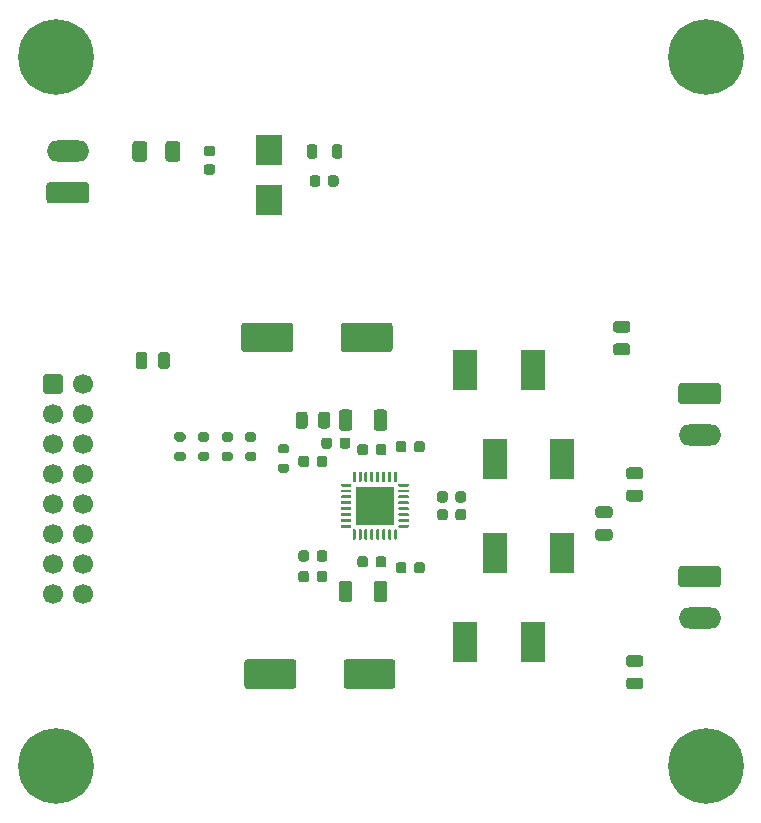
<source format=gbr>
%TF.GenerationSoftware,KiCad,Pcbnew,5.1.10*%
%TF.CreationDate,2021-07-04T17:51:47+02:00*%
%TF.ProjectId,DRV5825P,44525635-3832-4355-902e-6b696361645f,V0.1*%
%TF.SameCoordinates,Original*%
%TF.FileFunction,Soldermask,Top*%
%TF.FilePolarity,Negative*%
%FSLAX46Y46*%
G04 Gerber Fmt 4.6, Leading zero omitted, Abs format (unit mm)*
G04 Created by KiCad (PCBNEW 5.1.10) date 2021-07-04 17:51:47*
%MOMM*%
%LPD*%
G01*
G04 APERTURE LIST*
%ADD10C,6.400000*%
%ADD11R,3.300000X3.300000*%
%ADD12R,2.000000X3.400000*%
%ADD13O,3.600000X1.800000*%
%ADD14C,1.700000*%
%ADD15R,2.300000X2.500000*%
G04 APERTURE END LIST*
D10*
%TO.C,H4*%
X202500000Y-130000000D03*
%TD*%
%TO.C,H3*%
X202500000Y-70000000D03*
%TD*%
%TO.C,H2*%
X147500000Y-130000000D03*
%TD*%
%TO.C,H1*%
X147500000Y-70000000D03*
%TD*%
D11*
%TO.C,U1*%
X174500000Y-108000000D03*
G36*
G01*
X176562500Y-106125000D02*
X177312500Y-106125000D01*
G75*
G02*
X177375000Y-106187500I0J-62500D01*
G01*
X177375000Y-106312500D01*
G75*
G02*
X177312500Y-106375000I-62500J0D01*
G01*
X176562500Y-106375000D01*
G75*
G02*
X176500000Y-106312500I0J62500D01*
G01*
X176500000Y-106187500D01*
G75*
G02*
X176562500Y-106125000I62500J0D01*
G01*
G37*
G36*
G01*
X176562500Y-106625000D02*
X177312500Y-106625000D01*
G75*
G02*
X177375000Y-106687500I0J-62500D01*
G01*
X177375000Y-106812500D01*
G75*
G02*
X177312500Y-106875000I-62500J0D01*
G01*
X176562500Y-106875000D01*
G75*
G02*
X176500000Y-106812500I0J62500D01*
G01*
X176500000Y-106687500D01*
G75*
G02*
X176562500Y-106625000I62500J0D01*
G01*
G37*
G36*
G01*
X176562500Y-107125000D02*
X177312500Y-107125000D01*
G75*
G02*
X177375000Y-107187500I0J-62500D01*
G01*
X177375000Y-107312500D01*
G75*
G02*
X177312500Y-107375000I-62500J0D01*
G01*
X176562500Y-107375000D01*
G75*
G02*
X176500000Y-107312500I0J62500D01*
G01*
X176500000Y-107187500D01*
G75*
G02*
X176562500Y-107125000I62500J0D01*
G01*
G37*
G36*
G01*
X176562500Y-107625000D02*
X177312500Y-107625000D01*
G75*
G02*
X177375000Y-107687500I0J-62500D01*
G01*
X177375000Y-107812500D01*
G75*
G02*
X177312500Y-107875000I-62500J0D01*
G01*
X176562500Y-107875000D01*
G75*
G02*
X176500000Y-107812500I0J62500D01*
G01*
X176500000Y-107687500D01*
G75*
G02*
X176562500Y-107625000I62500J0D01*
G01*
G37*
G36*
G01*
X176562500Y-108125000D02*
X177312500Y-108125000D01*
G75*
G02*
X177375000Y-108187500I0J-62500D01*
G01*
X177375000Y-108312500D01*
G75*
G02*
X177312500Y-108375000I-62500J0D01*
G01*
X176562500Y-108375000D01*
G75*
G02*
X176500000Y-108312500I0J62500D01*
G01*
X176500000Y-108187500D01*
G75*
G02*
X176562500Y-108125000I62500J0D01*
G01*
G37*
G36*
G01*
X176562500Y-108625000D02*
X177312500Y-108625000D01*
G75*
G02*
X177375000Y-108687500I0J-62500D01*
G01*
X177375000Y-108812500D01*
G75*
G02*
X177312500Y-108875000I-62500J0D01*
G01*
X176562500Y-108875000D01*
G75*
G02*
X176500000Y-108812500I0J62500D01*
G01*
X176500000Y-108687500D01*
G75*
G02*
X176562500Y-108625000I62500J0D01*
G01*
G37*
G36*
G01*
X176562500Y-109125000D02*
X177312500Y-109125000D01*
G75*
G02*
X177375000Y-109187500I0J-62500D01*
G01*
X177375000Y-109312500D01*
G75*
G02*
X177312500Y-109375000I-62500J0D01*
G01*
X176562500Y-109375000D01*
G75*
G02*
X176500000Y-109312500I0J62500D01*
G01*
X176500000Y-109187500D01*
G75*
G02*
X176562500Y-109125000I62500J0D01*
G01*
G37*
G36*
G01*
X176562500Y-109625000D02*
X177312500Y-109625000D01*
G75*
G02*
X177375000Y-109687500I0J-62500D01*
G01*
X177375000Y-109812500D01*
G75*
G02*
X177312500Y-109875000I-62500J0D01*
G01*
X176562500Y-109875000D01*
G75*
G02*
X176500000Y-109812500I0J62500D01*
G01*
X176500000Y-109687500D01*
G75*
G02*
X176562500Y-109625000I62500J0D01*
G01*
G37*
G36*
G01*
X176187500Y-110000000D02*
X176312500Y-110000000D01*
G75*
G02*
X176375000Y-110062500I0J-62500D01*
G01*
X176375000Y-110812500D01*
G75*
G02*
X176312500Y-110875000I-62500J0D01*
G01*
X176187500Y-110875000D01*
G75*
G02*
X176125000Y-110812500I0J62500D01*
G01*
X176125000Y-110062500D01*
G75*
G02*
X176187500Y-110000000I62500J0D01*
G01*
G37*
G36*
G01*
X175687500Y-110000000D02*
X175812500Y-110000000D01*
G75*
G02*
X175875000Y-110062500I0J-62500D01*
G01*
X175875000Y-110812500D01*
G75*
G02*
X175812500Y-110875000I-62500J0D01*
G01*
X175687500Y-110875000D01*
G75*
G02*
X175625000Y-110812500I0J62500D01*
G01*
X175625000Y-110062500D01*
G75*
G02*
X175687500Y-110000000I62500J0D01*
G01*
G37*
G36*
G01*
X175187500Y-110000000D02*
X175312500Y-110000000D01*
G75*
G02*
X175375000Y-110062500I0J-62500D01*
G01*
X175375000Y-110812500D01*
G75*
G02*
X175312500Y-110875000I-62500J0D01*
G01*
X175187500Y-110875000D01*
G75*
G02*
X175125000Y-110812500I0J62500D01*
G01*
X175125000Y-110062500D01*
G75*
G02*
X175187500Y-110000000I62500J0D01*
G01*
G37*
G36*
G01*
X174687500Y-110000000D02*
X174812500Y-110000000D01*
G75*
G02*
X174875000Y-110062500I0J-62500D01*
G01*
X174875000Y-110812500D01*
G75*
G02*
X174812500Y-110875000I-62500J0D01*
G01*
X174687500Y-110875000D01*
G75*
G02*
X174625000Y-110812500I0J62500D01*
G01*
X174625000Y-110062500D01*
G75*
G02*
X174687500Y-110000000I62500J0D01*
G01*
G37*
G36*
G01*
X174187500Y-110000000D02*
X174312500Y-110000000D01*
G75*
G02*
X174375000Y-110062500I0J-62500D01*
G01*
X174375000Y-110812500D01*
G75*
G02*
X174312500Y-110875000I-62500J0D01*
G01*
X174187500Y-110875000D01*
G75*
G02*
X174125000Y-110812500I0J62500D01*
G01*
X174125000Y-110062500D01*
G75*
G02*
X174187500Y-110000000I62500J0D01*
G01*
G37*
G36*
G01*
X173687500Y-110000000D02*
X173812500Y-110000000D01*
G75*
G02*
X173875000Y-110062500I0J-62500D01*
G01*
X173875000Y-110812500D01*
G75*
G02*
X173812500Y-110875000I-62500J0D01*
G01*
X173687500Y-110875000D01*
G75*
G02*
X173625000Y-110812500I0J62500D01*
G01*
X173625000Y-110062500D01*
G75*
G02*
X173687500Y-110000000I62500J0D01*
G01*
G37*
G36*
G01*
X173187500Y-110000000D02*
X173312500Y-110000000D01*
G75*
G02*
X173375000Y-110062500I0J-62500D01*
G01*
X173375000Y-110812500D01*
G75*
G02*
X173312500Y-110875000I-62500J0D01*
G01*
X173187500Y-110875000D01*
G75*
G02*
X173125000Y-110812500I0J62500D01*
G01*
X173125000Y-110062500D01*
G75*
G02*
X173187500Y-110000000I62500J0D01*
G01*
G37*
G36*
G01*
X172687500Y-110000000D02*
X172812500Y-110000000D01*
G75*
G02*
X172875000Y-110062500I0J-62500D01*
G01*
X172875000Y-110812500D01*
G75*
G02*
X172812500Y-110875000I-62500J0D01*
G01*
X172687500Y-110875000D01*
G75*
G02*
X172625000Y-110812500I0J62500D01*
G01*
X172625000Y-110062500D01*
G75*
G02*
X172687500Y-110000000I62500J0D01*
G01*
G37*
G36*
G01*
X171687500Y-109625000D02*
X172437500Y-109625000D01*
G75*
G02*
X172500000Y-109687500I0J-62500D01*
G01*
X172500000Y-109812500D01*
G75*
G02*
X172437500Y-109875000I-62500J0D01*
G01*
X171687500Y-109875000D01*
G75*
G02*
X171625000Y-109812500I0J62500D01*
G01*
X171625000Y-109687500D01*
G75*
G02*
X171687500Y-109625000I62500J0D01*
G01*
G37*
G36*
G01*
X171687500Y-109125000D02*
X172437500Y-109125000D01*
G75*
G02*
X172500000Y-109187500I0J-62500D01*
G01*
X172500000Y-109312500D01*
G75*
G02*
X172437500Y-109375000I-62500J0D01*
G01*
X171687500Y-109375000D01*
G75*
G02*
X171625000Y-109312500I0J62500D01*
G01*
X171625000Y-109187500D01*
G75*
G02*
X171687500Y-109125000I62500J0D01*
G01*
G37*
G36*
G01*
X171687500Y-108625000D02*
X172437500Y-108625000D01*
G75*
G02*
X172500000Y-108687500I0J-62500D01*
G01*
X172500000Y-108812500D01*
G75*
G02*
X172437500Y-108875000I-62500J0D01*
G01*
X171687500Y-108875000D01*
G75*
G02*
X171625000Y-108812500I0J62500D01*
G01*
X171625000Y-108687500D01*
G75*
G02*
X171687500Y-108625000I62500J0D01*
G01*
G37*
G36*
G01*
X171687500Y-108125000D02*
X172437500Y-108125000D01*
G75*
G02*
X172500000Y-108187500I0J-62500D01*
G01*
X172500000Y-108312500D01*
G75*
G02*
X172437500Y-108375000I-62500J0D01*
G01*
X171687500Y-108375000D01*
G75*
G02*
X171625000Y-108312500I0J62500D01*
G01*
X171625000Y-108187500D01*
G75*
G02*
X171687500Y-108125000I62500J0D01*
G01*
G37*
G36*
G01*
X171687500Y-107625000D02*
X172437500Y-107625000D01*
G75*
G02*
X172500000Y-107687500I0J-62500D01*
G01*
X172500000Y-107812500D01*
G75*
G02*
X172437500Y-107875000I-62500J0D01*
G01*
X171687500Y-107875000D01*
G75*
G02*
X171625000Y-107812500I0J62500D01*
G01*
X171625000Y-107687500D01*
G75*
G02*
X171687500Y-107625000I62500J0D01*
G01*
G37*
G36*
G01*
X171687500Y-107125000D02*
X172437500Y-107125000D01*
G75*
G02*
X172500000Y-107187500I0J-62500D01*
G01*
X172500000Y-107312500D01*
G75*
G02*
X172437500Y-107375000I-62500J0D01*
G01*
X171687500Y-107375000D01*
G75*
G02*
X171625000Y-107312500I0J62500D01*
G01*
X171625000Y-107187500D01*
G75*
G02*
X171687500Y-107125000I62500J0D01*
G01*
G37*
G36*
G01*
X171687500Y-106625000D02*
X172437500Y-106625000D01*
G75*
G02*
X172500000Y-106687500I0J-62500D01*
G01*
X172500000Y-106812500D01*
G75*
G02*
X172437500Y-106875000I-62500J0D01*
G01*
X171687500Y-106875000D01*
G75*
G02*
X171625000Y-106812500I0J62500D01*
G01*
X171625000Y-106687500D01*
G75*
G02*
X171687500Y-106625000I62500J0D01*
G01*
G37*
G36*
G01*
X171687500Y-106125000D02*
X172437500Y-106125000D01*
G75*
G02*
X172500000Y-106187500I0J-62500D01*
G01*
X172500000Y-106312500D01*
G75*
G02*
X172437500Y-106375000I-62500J0D01*
G01*
X171687500Y-106375000D01*
G75*
G02*
X171625000Y-106312500I0J62500D01*
G01*
X171625000Y-106187500D01*
G75*
G02*
X171687500Y-106125000I62500J0D01*
G01*
G37*
G36*
G01*
X172687500Y-105125000D02*
X172812500Y-105125000D01*
G75*
G02*
X172875000Y-105187500I0J-62500D01*
G01*
X172875000Y-105937500D01*
G75*
G02*
X172812500Y-106000000I-62500J0D01*
G01*
X172687500Y-106000000D01*
G75*
G02*
X172625000Y-105937500I0J62500D01*
G01*
X172625000Y-105187500D01*
G75*
G02*
X172687500Y-105125000I62500J0D01*
G01*
G37*
G36*
G01*
X173187500Y-105125000D02*
X173312500Y-105125000D01*
G75*
G02*
X173375000Y-105187500I0J-62500D01*
G01*
X173375000Y-105937500D01*
G75*
G02*
X173312500Y-106000000I-62500J0D01*
G01*
X173187500Y-106000000D01*
G75*
G02*
X173125000Y-105937500I0J62500D01*
G01*
X173125000Y-105187500D01*
G75*
G02*
X173187500Y-105125000I62500J0D01*
G01*
G37*
G36*
G01*
X173687500Y-105125000D02*
X173812500Y-105125000D01*
G75*
G02*
X173875000Y-105187500I0J-62500D01*
G01*
X173875000Y-105937500D01*
G75*
G02*
X173812500Y-106000000I-62500J0D01*
G01*
X173687500Y-106000000D01*
G75*
G02*
X173625000Y-105937500I0J62500D01*
G01*
X173625000Y-105187500D01*
G75*
G02*
X173687500Y-105125000I62500J0D01*
G01*
G37*
G36*
G01*
X174187500Y-105125000D02*
X174312500Y-105125000D01*
G75*
G02*
X174375000Y-105187500I0J-62500D01*
G01*
X174375000Y-105937500D01*
G75*
G02*
X174312500Y-106000000I-62500J0D01*
G01*
X174187500Y-106000000D01*
G75*
G02*
X174125000Y-105937500I0J62500D01*
G01*
X174125000Y-105187500D01*
G75*
G02*
X174187500Y-105125000I62500J0D01*
G01*
G37*
G36*
G01*
X174687500Y-105125000D02*
X174812500Y-105125000D01*
G75*
G02*
X174875000Y-105187500I0J-62500D01*
G01*
X174875000Y-105937500D01*
G75*
G02*
X174812500Y-106000000I-62500J0D01*
G01*
X174687500Y-106000000D01*
G75*
G02*
X174625000Y-105937500I0J62500D01*
G01*
X174625000Y-105187500D01*
G75*
G02*
X174687500Y-105125000I62500J0D01*
G01*
G37*
G36*
G01*
X175187500Y-105125000D02*
X175312500Y-105125000D01*
G75*
G02*
X175375000Y-105187500I0J-62500D01*
G01*
X175375000Y-105937500D01*
G75*
G02*
X175312500Y-106000000I-62500J0D01*
G01*
X175187500Y-106000000D01*
G75*
G02*
X175125000Y-105937500I0J62500D01*
G01*
X175125000Y-105187500D01*
G75*
G02*
X175187500Y-105125000I62500J0D01*
G01*
G37*
G36*
G01*
X175687500Y-105125000D02*
X175812500Y-105125000D01*
G75*
G02*
X175875000Y-105187500I0J-62500D01*
G01*
X175875000Y-105937500D01*
G75*
G02*
X175812500Y-106000000I-62500J0D01*
G01*
X175687500Y-106000000D01*
G75*
G02*
X175625000Y-105937500I0J62500D01*
G01*
X175625000Y-105187500D01*
G75*
G02*
X175687500Y-105125000I62500J0D01*
G01*
G37*
G36*
G01*
X176187500Y-105125000D02*
X176312500Y-105125000D01*
G75*
G02*
X176375000Y-105187500I0J-62500D01*
G01*
X176375000Y-105937500D01*
G75*
G02*
X176312500Y-106000000I-62500J0D01*
G01*
X176187500Y-106000000D01*
G75*
G02*
X176125000Y-105937500I0J62500D01*
G01*
X176125000Y-105187500D01*
G75*
G02*
X176187500Y-105125000I62500J0D01*
G01*
G37*
%TD*%
%TO.C,R5*%
G36*
G01*
X167025000Y-103575000D02*
X166475000Y-103575000D01*
G75*
G02*
X166275000Y-103375000I0J200000D01*
G01*
X166275000Y-102975000D01*
G75*
G02*
X166475000Y-102775000I200000J0D01*
G01*
X167025000Y-102775000D01*
G75*
G02*
X167225000Y-102975000I0J-200000D01*
G01*
X167225000Y-103375000D01*
G75*
G02*
X167025000Y-103575000I-200000J0D01*
G01*
G37*
G36*
G01*
X167025000Y-105225000D02*
X166475000Y-105225000D01*
G75*
G02*
X166275000Y-105025000I0J200000D01*
G01*
X166275000Y-104625000D01*
G75*
G02*
X166475000Y-104425000I200000J0D01*
G01*
X167025000Y-104425000D01*
G75*
G02*
X167225000Y-104625000I0J-200000D01*
G01*
X167225000Y-105025000D01*
G75*
G02*
X167025000Y-105225000I-200000J0D01*
G01*
G37*
%TD*%
%TO.C,R4*%
G36*
G01*
X163725000Y-103425000D02*
X164275000Y-103425000D01*
G75*
G02*
X164475000Y-103625000I0J-200000D01*
G01*
X164475000Y-104025000D01*
G75*
G02*
X164275000Y-104225000I-200000J0D01*
G01*
X163725000Y-104225000D01*
G75*
G02*
X163525000Y-104025000I0J200000D01*
G01*
X163525000Y-103625000D01*
G75*
G02*
X163725000Y-103425000I200000J0D01*
G01*
G37*
G36*
G01*
X163725000Y-101775000D02*
X164275000Y-101775000D01*
G75*
G02*
X164475000Y-101975000I0J-200000D01*
G01*
X164475000Y-102375000D01*
G75*
G02*
X164275000Y-102575000I-200000J0D01*
G01*
X163725000Y-102575000D01*
G75*
G02*
X163525000Y-102375000I0J200000D01*
G01*
X163525000Y-101975000D01*
G75*
G02*
X163725000Y-101775000I200000J0D01*
G01*
G37*
%TD*%
%TO.C,R3*%
G36*
G01*
X161725000Y-103425000D02*
X162275000Y-103425000D01*
G75*
G02*
X162475000Y-103625000I0J-200000D01*
G01*
X162475000Y-104025000D01*
G75*
G02*
X162275000Y-104225000I-200000J0D01*
G01*
X161725000Y-104225000D01*
G75*
G02*
X161525000Y-104025000I0J200000D01*
G01*
X161525000Y-103625000D01*
G75*
G02*
X161725000Y-103425000I200000J0D01*
G01*
G37*
G36*
G01*
X161725000Y-101775000D02*
X162275000Y-101775000D01*
G75*
G02*
X162475000Y-101975000I0J-200000D01*
G01*
X162475000Y-102375000D01*
G75*
G02*
X162275000Y-102575000I-200000J0D01*
G01*
X161725000Y-102575000D01*
G75*
G02*
X161525000Y-102375000I0J200000D01*
G01*
X161525000Y-101975000D01*
G75*
G02*
X161725000Y-101775000I200000J0D01*
G01*
G37*
%TD*%
%TO.C,R2*%
G36*
G01*
X159725000Y-103425000D02*
X160275000Y-103425000D01*
G75*
G02*
X160475000Y-103625000I0J-200000D01*
G01*
X160475000Y-104025000D01*
G75*
G02*
X160275000Y-104225000I-200000J0D01*
G01*
X159725000Y-104225000D01*
G75*
G02*
X159525000Y-104025000I0J200000D01*
G01*
X159525000Y-103625000D01*
G75*
G02*
X159725000Y-103425000I200000J0D01*
G01*
G37*
G36*
G01*
X159725000Y-101775000D02*
X160275000Y-101775000D01*
G75*
G02*
X160475000Y-101975000I0J-200000D01*
G01*
X160475000Y-102375000D01*
G75*
G02*
X160275000Y-102575000I-200000J0D01*
G01*
X159725000Y-102575000D01*
G75*
G02*
X159525000Y-102375000I0J200000D01*
G01*
X159525000Y-101975000D01*
G75*
G02*
X159725000Y-101775000I200000J0D01*
G01*
G37*
%TD*%
%TO.C,R1*%
G36*
G01*
X157725000Y-103425000D02*
X158275000Y-103425000D01*
G75*
G02*
X158475000Y-103625000I0J-200000D01*
G01*
X158475000Y-104025000D01*
G75*
G02*
X158275000Y-104225000I-200000J0D01*
G01*
X157725000Y-104225000D01*
G75*
G02*
X157525000Y-104025000I0J200000D01*
G01*
X157525000Y-103625000D01*
G75*
G02*
X157725000Y-103425000I200000J0D01*
G01*
G37*
G36*
G01*
X157725000Y-101775000D02*
X158275000Y-101775000D01*
G75*
G02*
X158475000Y-101975000I0J-200000D01*
G01*
X158475000Y-102375000D01*
G75*
G02*
X158275000Y-102575000I-200000J0D01*
G01*
X157725000Y-102575000D01*
G75*
G02*
X157525000Y-102375000I0J200000D01*
G01*
X157525000Y-101975000D01*
G75*
G02*
X157725000Y-101775000I200000J0D01*
G01*
G37*
%TD*%
D12*
%TO.C,L4*%
X187850000Y-119500000D03*
X182150000Y-119500000D03*
%TD*%
%TO.C,L3*%
X190350000Y-112000000D03*
X184650000Y-112000000D03*
%TD*%
%TO.C,L2*%
X190350000Y-104000000D03*
X184650000Y-104000000D03*
%TD*%
%TO.C,L1*%
X187850000Y-96500000D03*
X182150000Y-96500000D03*
%TD*%
D13*
%TO.C,OUT_B*%
X202000000Y-117500000D03*
G36*
G01*
X200450000Y-113100000D02*
X203550000Y-113100000D01*
G75*
G02*
X203800000Y-113350000I0J-250000D01*
G01*
X203800000Y-114650000D01*
G75*
G02*
X203550000Y-114900000I-250000J0D01*
G01*
X200450000Y-114900000D01*
G75*
G02*
X200200000Y-114650000I0J250000D01*
G01*
X200200000Y-113350000D01*
G75*
G02*
X200450000Y-113100000I250000J0D01*
G01*
G37*
%TD*%
%TO.C,OUT_A*%
X202000000Y-102000000D03*
G36*
G01*
X200450000Y-97600000D02*
X203550000Y-97600000D01*
G75*
G02*
X203800000Y-97850000I0J-250000D01*
G01*
X203800000Y-99150000D01*
G75*
G02*
X203550000Y-99400000I-250000J0D01*
G01*
X200450000Y-99400000D01*
G75*
G02*
X200200000Y-99150000I0J250000D01*
G01*
X200200000Y-97850000D01*
G75*
G02*
X200450000Y-97600000I250000J0D01*
G01*
G37*
%TD*%
D14*
%TO.C,Data_CTL_I/O*%
X149790000Y-115470000D03*
X149790000Y-112930000D03*
X149790000Y-110390000D03*
X149790000Y-107850000D03*
X149790000Y-105310000D03*
X149790000Y-102770000D03*
X149790000Y-100230000D03*
X149790000Y-97690000D03*
X147250000Y-115470000D03*
X147250000Y-112930000D03*
X147250000Y-110390000D03*
X147250000Y-107850000D03*
X147250000Y-105310000D03*
X147250000Y-102770000D03*
X147250000Y-100230000D03*
G36*
G01*
X146400000Y-98290000D02*
X146400000Y-97090000D01*
G75*
G02*
X146650000Y-96840000I250000J0D01*
G01*
X147850000Y-96840000D01*
G75*
G02*
X148100000Y-97090000I0J-250000D01*
G01*
X148100000Y-98290000D01*
G75*
G02*
X147850000Y-98540000I-250000J0D01*
G01*
X146650000Y-98540000D01*
G75*
G02*
X146400000Y-98290000I0J250000D01*
G01*
G37*
%TD*%
D13*
%TO.C,Pwr_IN*%
X148500000Y-78000000D03*
G36*
G01*
X150050000Y-82400000D02*
X146950000Y-82400000D01*
G75*
G02*
X146700000Y-82150000I0J250000D01*
G01*
X146700000Y-80850000D01*
G75*
G02*
X146950000Y-80600000I250000J0D01*
G01*
X150050000Y-80600000D01*
G75*
G02*
X150300000Y-80850000I0J-250000D01*
G01*
X150300000Y-82150000D01*
G75*
G02*
X150050000Y-82400000I-250000J0D01*
G01*
G37*
%TD*%
%TO.C,FB1*%
G36*
G01*
X169625000Y-77618750D02*
X169625000Y-78381250D01*
G75*
G02*
X169406250Y-78600000I-218750J0D01*
G01*
X168968750Y-78600000D01*
G75*
G02*
X168750000Y-78381250I0J218750D01*
G01*
X168750000Y-77618750D01*
G75*
G02*
X168968750Y-77400000I218750J0D01*
G01*
X169406250Y-77400000D01*
G75*
G02*
X169625000Y-77618750I0J-218750D01*
G01*
G37*
G36*
G01*
X171750000Y-77618750D02*
X171750000Y-78381250D01*
G75*
G02*
X171531250Y-78600000I-218750J0D01*
G01*
X171093750Y-78600000D01*
G75*
G02*
X170875000Y-78381250I0J218750D01*
G01*
X170875000Y-77618750D01*
G75*
G02*
X171093750Y-77400000I218750J0D01*
G01*
X171531250Y-77400000D01*
G75*
G02*
X171750000Y-77618750I0J-218750D01*
G01*
G37*
%TD*%
%TO.C,F1*%
G36*
G01*
X155225000Y-77375000D02*
X155225000Y-78625000D01*
G75*
G02*
X154975000Y-78875000I-250000J0D01*
G01*
X154225000Y-78875000D01*
G75*
G02*
X153975000Y-78625000I0J250000D01*
G01*
X153975000Y-77375000D01*
G75*
G02*
X154225000Y-77125000I250000J0D01*
G01*
X154975000Y-77125000D01*
G75*
G02*
X155225000Y-77375000I0J-250000D01*
G01*
G37*
G36*
G01*
X158025000Y-77375000D02*
X158025000Y-78625000D01*
G75*
G02*
X157775000Y-78875000I-250000J0D01*
G01*
X157025000Y-78875000D01*
G75*
G02*
X156775000Y-78625000I0J250000D01*
G01*
X156775000Y-77375000D01*
G75*
G02*
X157025000Y-77125000I250000J0D01*
G01*
X157775000Y-77125000D01*
G75*
G02*
X158025000Y-77375000I0J-250000D01*
G01*
G37*
%TD*%
D15*
%TO.C,D1*%
X165500000Y-82150000D03*
X165500000Y-77850000D03*
%TD*%
%TO.C,C22*%
G36*
G01*
X196025000Y-122550000D02*
X196975000Y-122550000D01*
G75*
G02*
X197225000Y-122800000I0J-250000D01*
G01*
X197225000Y-123300000D01*
G75*
G02*
X196975000Y-123550000I-250000J0D01*
G01*
X196025000Y-123550000D01*
G75*
G02*
X195775000Y-123300000I0J250000D01*
G01*
X195775000Y-122800000D01*
G75*
G02*
X196025000Y-122550000I250000J0D01*
G01*
G37*
G36*
G01*
X196025000Y-120650000D02*
X196975000Y-120650000D01*
G75*
G02*
X197225000Y-120900000I0J-250000D01*
G01*
X197225000Y-121400000D01*
G75*
G02*
X196975000Y-121650000I-250000J0D01*
G01*
X196025000Y-121650000D01*
G75*
G02*
X195775000Y-121400000I0J250000D01*
G01*
X195775000Y-120900000D01*
G75*
G02*
X196025000Y-120650000I250000J0D01*
G01*
G37*
%TD*%
%TO.C,C21*%
G36*
G01*
X194375000Y-109050000D02*
X193425000Y-109050000D01*
G75*
G02*
X193175000Y-108800000I0J250000D01*
G01*
X193175000Y-108300000D01*
G75*
G02*
X193425000Y-108050000I250000J0D01*
G01*
X194375000Y-108050000D01*
G75*
G02*
X194625000Y-108300000I0J-250000D01*
G01*
X194625000Y-108800000D01*
G75*
G02*
X194375000Y-109050000I-250000J0D01*
G01*
G37*
G36*
G01*
X194375000Y-110950000D02*
X193425000Y-110950000D01*
G75*
G02*
X193175000Y-110700000I0J250000D01*
G01*
X193175000Y-110200000D01*
G75*
G02*
X193425000Y-109950000I250000J0D01*
G01*
X194375000Y-109950000D01*
G75*
G02*
X194625000Y-110200000I0J-250000D01*
G01*
X194625000Y-110700000D01*
G75*
G02*
X194375000Y-110950000I-250000J0D01*
G01*
G37*
%TD*%
%TO.C,C20*%
G36*
G01*
X196025000Y-106650000D02*
X196975000Y-106650000D01*
G75*
G02*
X197225000Y-106900000I0J-250000D01*
G01*
X197225000Y-107400000D01*
G75*
G02*
X196975000Y-107650000I-250000J0D01*
G01*
X196025000Y-107650000D01*
G75*
G02*
X195775000Y-107400000I0J250000D01*
G01*
X195775000Y-106900000D01*
G75*
G02*
X196025000Y-106650000I250000J0D01*
G01*
G37*
G36*
G01*
X196025000Y-104750000D02*
X196975000Y-104750000D01*
G75*
G02*
X197225000Y-105000000I0J-250000D01*
G01*
X197225000Y-105500000D01*
G75*
G02*
X196975000Y-105750000I-250000J0D01*
G01*
X196025000Y-105750000D01*
G75*
G02*
X195775000Y-105500000I0J250000D01*
G01*
X195775000Y-105000000D01*
G75*
G02*
X196025000Y-104750000I250000J0D01*
G01*
G37*
%TD*%
%TO.C,C19*%
G36*
G01*
X195875000Y-93350000D02*
X194925000Y-93350000D01*
G75*
G02*
X194675000Y-93100000I0J250000D01*
G01*
X194675000Y-92600000D01*
G75*
G02*
X194925000Y-92350000I250000J0D01*
G01*
X195875000Y-92350000D01*
G75*
G02*
X196125000Y-92600000I0J-250000D01*
G01*
X196125000Y-93100000D01*
G75*
G02*
X195875000Y-93350000I-250000J0D01*
G01*
G37*
G36*
G01*
X195875000Y-95250000D02*
X194925000Y-95250000D01*
G75*
G02*
X194675000Y-95000000I0J250000D01*
G01*
X194675000Y-94500000D01*
G75*
G02*
X194925000Y-94250000I250000J0D01*
G01*
X195875000Y-94250000D01*
G75*
G02*
X196125000Y-94500000I0J-250000D01*
G01*
X196125000Y-95000000D01*
G75*
G02*
X195875000Y-95250000I-250000J0D01*
G01*
G37*
%TD*%
%TO.C,C18*%
G36*
G01*
X177825000Y-113500000D02*
X177825000Y-113000000D01*
G75*
G02*
X178050000Y-112775000I225000J0D01*
G01*
X178500000Y-112775000D01*
G75*
G02*
X178725000Y-113000000I0J-225000D01*
G01*
X178725000Y-113500000D01*
G75*
G02*
X178500000Y-113725000I-225000J0D01*
G01*
X178050000Y-113725000D01*
G75*
G02*
X177825000Y-113500000I0J225000D01*
G01*
G37*
G36*
G01*
X176275000Y-113500000D02*
X176275000Y-113000000D01*
G75*
G02*
X176500000Y-112775000I225000J0D01*
G01*
X176950000Y-112775000D01*
G75*
G02*
X177175000Y-113000000I0J-225000D01*
G01*
X177175000Y-113500000D01*
G75*
G02*
X176950000Y-113725000I-225000J0D01*
G01*
X176500000Y-113725000D01*
G75*
G02*
X176275000Y-113500000I0J225000D01*
G01*
G37*
%TD*%
%TO.C,C17*%
G36*
G01*
X180675000Y-107000000D02*
X180675000Y-107500000D01*
G75*
G02*
X180450000Y-107725000I-225000J0D01*
G01*
X180000000Y-107725000D01*
G75*
G02*
X179775000Y-107500000I0J225000D01*
G01*
X179775000Y-107000000D01*
G75*
G02*
X180000000Y-106775000I225000J0D01*
G01*
X180450000Y-106775000D01*
G75*
G02*
X180675000Y-107000000I0J-225000D01*
G01*
G37*
G36*
G01*
X182225000Y-107000000D02*
X182225000Y-107500000D01*
G75*
G02*
X182000000Y-107725000I-225000J0D01*
G01*
X181550000Y-107725000D01*
G75*
G02*
X181325000Y-107500000I0J225000D01*
G01*
X181325000Y-107000000D01*
G75*
G02*
X181550000Y-106775000I225000J0D01*
G01*
X182000000Y-106775000D01*
G75*
G02*
X182225000Y-107000000I0J-225000D01*
G01*
G37*
%TD*%
%TO.C,C16*%
G36*
G01*
X180675000Y-108500000D02*
X180675000Y-109000000D01*
G75*
G02*
X180450000Y-109225000I-225000J0D01*
G01*
X180000000Y-109225000D01*
G75*
G02*
X179775000Y-109000000I0J225000D01*
G01*
X179775000Y-108500000D01*
G75*
G02*
X180000000Y-108275000I225000J0D01*
G01*
X180450000Y-108275000D01*
G75*
G02*
X180675000Y-108500000I0J-225000D01*
G01*
G37*
G36*
G01*
X182225000Y-108500000D02*
X182225000Y-109000000D01*
G75*
G02*
X182000000Y-109225000I-225000J0D01*
G01*
X181550000Y-109225000D01*
G75*
G02*
X181325000Y-109000000I0J225000D01*
G01*
X181325000Y-108500000D01*
G75*
G02*
X181550000Y-108275000I225000J0D01*
G01*
X182000000Y-108275000D01*
G75*
G02*
X182225000Y-108500000I0J-225000D01*
G01*
G37*
%TD*%
%TO.C,C15*%
G36*
G01*
X177825000Y-103250000D02*
X177825000Y-102750000D01*
G75*
G02*
X178050000Y-102525000I225000J0D01*
G01*
X178500000Y-102525000D01*
G75*
G02*
X178725000Y-102750000I0J-225000D01*
G01*
X178725000Y-103250000D01*
G75*
G02*
X178500000Y-103475000I-225000J0D01*
G01*
X178050000Y-103475000D01*
G75*
G02*
X177825000Y-103250000I0J225000D01*
G01*
G37*
G36*
G01*
X176275000Y-103250000D02*
X176275000Y-102750000D01*
G75*
G02*
X176500000Y-102525000I225000J0D01*
G01*
X176950000Y-102525000D01*
G75*
G02*
X177175000Y-102750000I0J-225000D01*
G01*
X177175000Y-103250000D01*
G75*
G02*
X176950000Y-103475000I-225000J0D01*
G01*
X176500000Y-103475000D01*
G75*
G02*
X176275000Y-103250000I0J225000D01*
G01*
G37*
%TD*%
%TO.C,C14*%
G36*
G01*
X167850000Y-121250000D02*
X167850000Y-123250000D01*
G75*
G02*
X167600000Y-123500000I-250000J0D01*
G01*
X163700000Y-123500000D01*
G75*
G02*
X163450000Y-123250000I0J250000D01*
G01*
X163450000Y-121250000D01*
G75*
G02*
X163700000Y-121000000I250000J0D01*
G01*
X167600000Y-121000000D01*
G75*
G02*
X167850000Y-121250000I0J-250000D01*
G01*
G37*
G36*
G01*
X176250000Y-121250000D02*
X176250000Y-123250000D01*
G75*
G02*
X176000000Y-123500000I-250000J0D01*
G01*
X172100000Y-123500000D01*
G75*
G02*
X171850000Y-123250000I0J250000D01*
G01*
X171850000Y-121250000D01*
G75*
G02*
X172100000Y-121000000I250000J0D01*
G01*
X176000000Y-121000000D01*
G75*
G02*
X176250000Y-121250000I0J-250000D01*
G01*
G37*
%TD*%
%TO.C,C13*%
G36*
G01*
X172600000Y-114599999D02*
X172600000Y-115900001D01*
G75*
G02*
X172350001Y-116150000I-249999J0D01*
G01*
X171699999Y-116150000D01*
G75*
G02*
X171450000Y-115900001I0J249999D01*
G01*
X171450000Y-114599999D01*
G75*
G02*
X171699999Y-114350000I249999J0D01*
G01*
X172350001Y-114350000D01*
G75*
G02*
X172600000Y-114599999I0J-249999D01*
G01*
G37*
G36*
G01*
X175550000Y-114599999D02*
X175550000Y-115900001D01*
G75*
G02*
X175300001Y-116150000I-249999J0D01*
G01*
X174649999Y-116150000D01*
G75*
G02*
X174400000Y-115900001I0J249999D01*
G01*
X174400000Y-114599999D01*
G75*
G02*
X174649999Y-114350000I249999J0D01*
G01*
X175300001Y-114350000D01*
G75*
G02*
X175550000Y-114599999I0J-249999D01*
G01*
G37*
%TD*%
%TO.C,C12*%
G36*
G01*
X173925000Y-112500000D02*
X173925000Y-113000000D01*
G75*
G02*
X173700000Y-113225000I-225000J0D01*
G01*
X173250000Y-113225000D01*
G75*
G02*
X173025000Y-113000000I0J225000D01*
G01*
X173025000Y-112500000D01*
G75*
G02*
X173250000Y-112275000I225000J0D01*
G01*
X173700000Y-112275000D01*
G75*
G02*
X173925000Y-112500000I0J-225000D01*
G01*
G37*
G36*
G01*
X175475000Y-112500000D02*
X175475000Y-113000000D01*
G75*
G02*
X175250000Y-113225000I-225000J0D01*
G01*
X174800000Y-113225000D01*
G75*
G02*
X174575000Y-113000000I0J225000D01*
G01*
X174575000Y-112500000D01*
G75*
G02*
X174800000Y-112275000I225000J0D01*
G01*
X175250000Y-112275000D01*
G75*
G02*
X175475000Y-112500000I0J-225000D01*
G01*
G37*
%TD*%
%TO.C,C11*%
G36*
G01*
X168925000Y-112000000D02*
X168925000Y-112500000D01*
G75*
G02*
X168700000Y-112725000I-225000J0D01*
G01*
X168250000Y-112725000D01*
G75*
G02*
X168025000Y-112500000I0J225000D01*
G01*
X168025000Y-112000000D01*
G75*
G02*
X168250000Y-111775000I225000J0D01*
G01*
X168700000Y-111775000D01*
G75*
G02*
X168925000Y-112000000I0J-225000D01*
G01*
G37*
G36*
G01*
X170475000Y-112000000D02*
X170475000Y-112500000D01*
G75*
G02*
X170250000Y-112725000I-225000J0D01*
G01*
X169800000Y-112725000D01*
G75*
G02*
X169575000Y-112500000I0J225000D01*
G01*
X169575000Y-112000000D01*
G75*
G02*
X169800000Y-111775000I225000J0D01*
G01*
X170250000Y-111775000D01*
G75*
G02*
X170475000Y-112000000I0J-225000D01*
G01*
G37*
%TD*%
%TO.C,C10*%
G36*
G01*
X168925000Y-113750000D02*
X168925000Y-114250000D01*
G75*
G02*
X168700000Y-114475000I-225000J0D01*
G01*
X168250000Y-114475000D01*
G75*
G02*
X168025000Y-114250000I0J225000D01*
G01*
X168025000Y-113750000D01*
G75*
G02*
X168250000Y-113525000I225000J0D01*
G01*
X168700000Y-113525000D01*
G75*
G02*
X168925000Y-113750000I0J-225000D01*
G01*
G37*
G36*
G01*
X170475000Y-113750000D02*
X170475000Y-114250000D01*
G75*
G02*
X170250000Y-114475000I-225000J0D01*
G01*
X169800000Y-114475000D01*
G75*
G02*
X169575000Y-114250000I0J225000D01*
G01*
X169575000Y-113750000D01*
G75*
G02*
X169800000Y-113525000I225000J0D01*
G01*
X170250000Y-113525000D01*
G75*
G02*
X170475000Y-113750000I0J-225000D01*
G01*
G37*
%TD*%
%TO.C,C9*%
G36*
G01*
X173925000Y-103000000D02*
X173925000Y-103500000D01*
G75*
G02*
X173700000Y-103725000I-225000J0D01*
G01*
X173250000Y-103725000D01*
G75*
G02*
X173025000Y-103500000I0J225000D01*
G01*
X173025000Y-103000000D01*
G75*
G02*
X173250000Y-102775000I225000J0D01*
G01*
X173700000Y-102775000D01*
G75*
G02*
X173925000Y-103000000I0J-225000D01*
G01*
G37*
G36*
G01*
X175475000Y-103000000D02*
X175475000Y-103500000D01*
G75*
G02*
X175250000Y-103725000I-225000J0D01*
G01*
X174800000Y-103725000D01*
G75*
G02*
X174575000Y-103500000I0J225000D01*
G01*
X174575000Y-103000000D01*
G75*
G02*
X174800000Y-102775000I225000J0D01*
G01*
X175250000Y-102775000D01*
G75*
G02*
X175475000Y-103000000I0J-225000D01*
G01*
G37*
%TD*%
%TO.C,C8*%
G36*
G01*
X170525000Y-80750000D02*
X170525000Y-80250000D01*
G75*
G02*
X170750000Y-80025000I225000J0D01*
G01*
X171200000Y-80025000D01*
G75*
G02*
X171425000Y-80250000I0J-225000D01*
G01*
X171425000Y-80750000D01*
G75*
G02*
X171200000Y-80975000I-225000J0D01*
G01*
X170750000Y-80975000D01*
G75*
G02*
X170525000Y-80750000I0J225000D01*
G01*
G37*
G36*
G01*
X168975000Y-80750000D02*
X168975000Y-80250000D01*
G75*
G02*
X169200000Y-80025000I225000J0D01*
G01*
X169650000Y-80025000D01*
G75*
G02*
X169875000Y-80250000I0J-225000D01*
G01*
X169875000Y-80750000D01*
G75*
G02*
X169650000Y-80975000I-225000J0D01*
G01*
X169200000Y-80975000D01*
G75*
G02*
X168975000Y-80750000I0J225000D01*
G01*
G37*
%TD*%
%TO.C,C7*%
G36*
G01*
X168925000Y-104000000D02*
X168925000Y-104500000D01*
G75*
G02*
X168700000Y-104725000I-225000J0D01*
G01*
X168250000Y-104725000D01*
G75*
G02*
X168025000Y-104500000I0J225000D01*
G01*
X168025000Y-104000000D01*
G75*
G02*
X168250000Y-103775000I225000J0D01*
G01*
X168700000Y-103775000D01*
G75*
G02*
X168925000Y-104000000I0J-225000D01*
G01*
G37*
G36*
G01*
X170475000Y-104000000D02*
X170475000Y-104500000D01*
G75*
G02*
X170250000Y-104725000I-225000J0D01*
G01*
X169800000Y-104725000D01*
G75*
G02*
X169575000Y-104500000I0J225000D01*
G01*
X169575000Y-104000000D01*
G75*
G02*
X169800000Y-103775000I225000J0D01*
G01*
X170250000Y-103775000D01*
G75*
G02*
X170475000Y-104000000I0J-225000D01*
G01*
G37*
%TD*%
%TO.C,C6*%
G36*
G01*
X172600000Y-100099999D02*
X172600000Y-101400001D01*
G75*
G02*
X172350001Y-101650000I-249999J0D01*
G01*
X171699999Y-101650000D01*
G75*
G02*
X171450000Y-101400001I0J249999D01*
G01*
X171450000Y-100099999D01*
G75*
G02*
X171699999Y-99850000I249999J0D01*
G01*
X172350001Y-99850000D01*
G75*
G02*
X172600000Y-100099999I0J-249999D01*
G01*
G37*
G36*
G01*
X175550000Y-100099999D02*
X175550000Y-101400001D01*
G75*
G02*
X175300001Y-101650000I-249999J0D01*
G01*
X174649999Y-101650000D01*
G75*
G02*
X174400000Y-101400001I0J249999D01*
G01*
X174400000Y-100099999D01*
G75*
G02*
X174649999Y-99850000I249999J0D01*
G01*
X175300001Y-99850000D01*
G75*
G02*
X175550000Y-100099999I0J-249999D01*
G01*
G37*
%TD*%
%TO.C,C5*%
G36*
G01*
X171525000Y-102950000D02*
X171525000Y-102450000D01*
G75*
G02*
X171750000Y-102225000I225000J0D01*
G01*
X172200000Y-102225000D01*
G75*
G02*
X172425000Y-102450000I0J-225000D01*
G01*
X172425000Y-102950000D01*
G75*
G02*
X172200000Y-103175000I-225000J0D01*
G01*
X171750000Y-103175000D01*
G75*
G02*
X171525000Y-102950000I0J225000D01*
G01*
G37*
G36*
G01*
X169975000Y-102950000D02*
X169975000Y-102450000D01*
G75*
G02*
X170200000Y-102225000I225000J0D01*
G01*
X170650000Y-102225000D01*
G75*
G02*
X170875000Y-102450000I0J-225000D01*
G01*
X170875000Y-102950000D01*
G75*
G02*
X170650000Y-103175000I-225000J0D01*
G01*
X170200000Y-103175000D01*
G75*
G02*
X169975000Y-102950000I0J225000D01*
G01*
G37*
%TD*%
%TO.C,C4*%
G36*
G01*
X167600000Y-92750000D02*
X167600000Y-94750000D01*
G75*
G02*
X167350000Y-95000000I-250000J0D01*
G01*
X163450000Y-95000000D01*
G75*
G02*
X163200000Y-94750000I0J250000D01*
G01*
X163200000Y-92750000D01*
G75*
G02*
X163450000Y-92500000I250000J0D01*
G01*
X167350000Y-92500000D01*
G75*
G02*
X167600000Y-92750000I0J-250000D01*
G01*
G37*
G36*
G01*
X176000000Y-92750000D02*
X176000000Y-94750000D01*
G75*
G02*
X175750000Y-95000000I-250000J0D01*
G01*
X171850000Y-95000000D01*
G75*
G02*
X171600000Y-94750000I0J250000D01*
G01*
X171600000Y-92750000D01*
G75*
G02*
X171850000Y-92500000I250000J0D01*
G01*
X175750000Y-92500000D01*
G75*
G02*
X176000000Y-92750000I0J-250000D01*
G01*
G37*
%TD*%
%TO.C,C3*%
G36*
G01*
X168800000Y-100275000D02*
X168800000Y-101225000D01*
G75*
G02*
X168550000Y-101475000I-250000J0D01*
G01*
X168050000Y-101475000D01*
G75*
G02*
X167800000Y-101225000I0J250000D01*
G01*
X167800000Y-100275000D01*
G75*
G02*
X168050000Y-100025000I250000J0D01*
G01*
X168550000Y-100025000D01*
G75*
G02*
X168800000Y-100275000I0J-250000D01*
G01*
G37*
G36*
G01*
X170700000Y-100275000D02*
X170700000Y-101225000D01*
G75*
G02*
X170450000Y-101475000I-250000J0D01*
G01*
X169950000Y-101475000D01*
G75*
G02*
X169700000Y-101225000I0J250000D01*
G01*
X169700000Y-100275000D01*
G75*
G02*
X169950000Y-100025000I250000J0D01*
G01*
X170450000Y-100025000D01*
G75*
G02*
X170700000Y-100275000I0J-250000D01*
G01*
G37*
%TD*%
%TO.C,C2*%
G36*
G01*
X160250000Y-79075000D02*
X160750000Y-79075000D01*
G75*
G02*
X160975000Y-79300000I0J-225000D01*
G01*
X160975000Y-79750000D01*
G75*
G02*
X160750000Y-79975000I-225000J0D01*
G01*
X160250000Y-79975000D01*
G75*
G02*
X160025000Y-79750000I0J225000D01*
G01*
X160025000Y-79300000D01*
G75*
G02*
X160250000Y-79075000I225000J0D01*
G01*
G37*
G36*
G01*
X160250000Y-77525000D02*
X160750000Y-77525000D01*
G75*
G02*
X160975000Y-77750000I0J-225000D01*
G01*
X160975000Y-78200000D01*
G75*
G02*
X160750000Y-78425000I-225000J0D01*
G01*
X160250000Y-78425000D01*
G75*
G02*
X160025000Y-78200000I0J225000D01*
G01*
X160025000Y-77750000D01*
G75*
G02*
X160250000Y-77525000I225000J0D01*
G01*
G37*
%TD*%
%TO.C,C1*%
G36*
G01*
X156150000Y-96175000D02*
X156150000Y-95225000D01*
G75*
G02*
X156400000Y-94975000I250000J0D01*
G01*
X156900000Y-94975000D01*
G75*
G02*
X157150000Y-95225000I0J-250000D01*
G01*
X157150000Y-96175000D01*
G75*
G02*
X156900000Y-96425000I-250000J0D01*
G01*
X156400000Y-96425000D01*
G75*
G02*
X156150000Y-96175000I0J250000D01*
G01*
G37*
G36*
G01*
X154250000Y-96175000D02*
X154250000Y-95225000D01*
G75*
G02*
X154500000Y-94975000I250000J0D01*
G01*
X155000000Y-94975000D01*
G75*
G02*
X155250000Y-95225000I0J-250000D01*
G01*
X155250000Y-96175000D01*
G75*
G02*
X155000000Y-96425000I-250000J0D01*
G01*
X154500000Y-96425000D01*
G75*
G02*
X154250000Y-96175000I0J250000D01*
G01*
G37*
%TD*%
M02*

</source>
